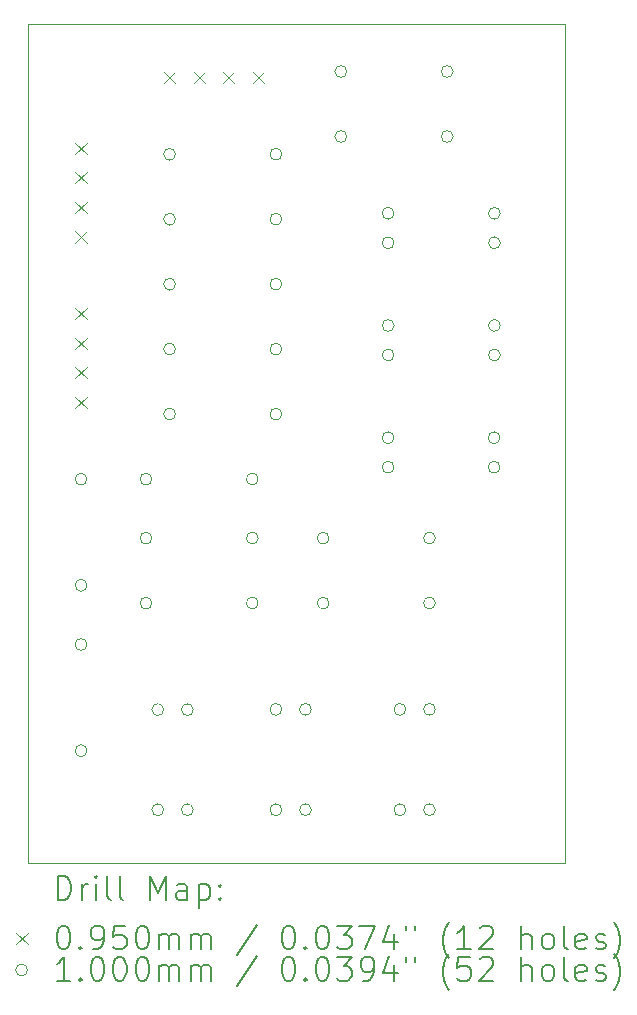
<source format=gbr>
%TF.GenerationSoftware,KiCad,Pcbnew,(6.0.7)*%
%TF.CreationDate,2023-03-09T14:40:35+00:00*%
%TF.ProjectId,ir_sensor,69725f73-656e-4736-9f72-2e6b69636164,rev?*%
%TF.SameCoordinates,Original*%
%TF.FileFunction,Drillmap*%
%TF.FilePolarity,Positive*%
%FSLAX45Y45*%
G04 Gerber Fmt 4.5, Leading zero omitted, Abs format (unit mm)*
G04 Created by KiCad (PCBNEW (6.0.7)) date 2023-03-09 14:40:35*
%MOMM*%
%LPD*%
G01*
G04 APERTURE LIST*
%ADD10C,0.050000*%
%ADD11C,0.200000*%
%ADD12C,0.095000*%
%ADD13C,0.100000*%
G04 APERTURE END LIST*
D10*
X8200000Y-9650000D02*
X12750000Y-9650000D01*
X8200000Y-7400000D02*
X8200000Y-9650000D01*
X8200000Y-2550000D02*
X12750000Y-2550000D01*
X12750000Y-2550000D02*
X12750000Y-9650000D01*
X8200000Y-7400000D02*
X8200000Y-2550000D01*
D11*
D12*
X8602500Y-3552500D02*
X8697500Y-3647500D01*
X8697500Y-3552500D02*
X8602500Y-3647500D01*
X8602500Y-3802500D02*
X8697500Y-3897500D01*
X8697500Y-3802500D02*
X8602500Y-3897500D01*
X8602500Y-4052500D02*
X8697500Y-4147500D01*
X8697500Y-4052500D02*
X8602500Y-4147500D01*
X8602500Y-4302500D02*
X8697500Y-4397500D01*
X8697500Y-4302500D02*
X8602500Y-4397500D01*
X8602500Y-4952500D02*
X8697500Y-5047500D01*
X8697500Y-4952500D02*
X8602500Y-5047500D01*
X8602500Y-5202500D02*
X8697500Y-5297500D01*
X8697500Y-5202500D02*
X8602500Y-5297500D01*
X8602500Y-5452500D02*
X8697500Y-5547500D01*
X8697500Y-5452500D02*
X8602500Y-5547500D01*
X8602500Y-5702500D02*
X8697500Y-5797500D01*
X8697500Y-5702500D02*
X8602500Y-5797500D01*
X9352500Y-2952500D02*
X9447500Y-3047500D01*
X9447500Y-2952500D02*
X9352500Y-3047500D01*
X9602500Y-2952500D02*
X9697500Y-3047500D01*
X9697500Y-2952500D02*
X9602500Y-3047500D01*
X9852500Y-2952500D02*
X9947500Y-3047500D01*
X9947500Y-2952500D02*
X9852500Y-3047500D01*
X10102500Y-2952500D02*
X10197500Y-3047500D01*
X10197500Y-2952500D02*
X10102500Y-3047500D01*
D13*
X8700000Y-6400000D02*
G75*
G03*
X8700000Y-6400000I-50000J0D01*
G01*
X8700000Y-7300000D02*
G75*
G03*
X8700000Y-7300000I-50000J0D01*
G01*
X8700000Y-7800000D02*
G75*
G03*
X8700000Y-7800000I-50000J0D01*
G01*
X8700000Y-8700000D02*
G75*
G03*
X8700000Y-8700000I-50000J0D01*
G01*
X9250000Y-6400000D02*
G75*
G03*
X9250000Y-6400000I-50000J0D01*
G01*
X9250000Y-6900000D02*
G75*
G03*
X9250000Y-6900000I-50000J0D01*
G01*
X9250000Y-7450000D02*
G75*
G03*
X9250000Y-7450000I-50000J0D01*
G01*
X9350000Y-8352500D02*
G75*
G03*
X9350000Y-8352500I-50000J0D01*
G01*
X9350000Y-9200000D02*
G75*
G03*
X9350000Y-9200000I-50000J0D01*
G01*
X9450000Y-3650000D02*
G75*
G03*
X9450000Y-3650000I-50000J0D01*
G01*
X9450000Y-4200000D02*
G75*
G03*
X9450000Y-4200000I-50000J0D01*
G01*
X9450000Y-4750000D02*
G75*
G03*
X9450000Y-4750000I-50000J0D01*
G01*
X9450000Y-5300000D02*
G75*
G03*
X9450000Y-5300000I-50000J0D01*
G01*
X9450000Y-5850000D02*
G75*
G03*
X9450000Y-5850000I-50000J0D01*
G01*
X9600000Y-8352500D02*
G75*
G03*
X9600000Y-8352500I-50000J0D01*
G01*
X9600000Y-9200000D02*
G75*
G03*
X9600000Y-9200000I-50000J0D01*
G01*
X10150000Y-6400000D02*
G75*
G03*
X10150000Y-6400000I-50000J0D01*
G01*
X10150000Y-6900000D02*
G75*
G03*
X10150000Y-6900000I-50000J0D01*
G01*
X10150000Y-7450000D02*
G75*
G03*
X10150000Y-7450000I-50000J0D01*
G01*
X10350000Y-3650000D02*
G75*
G03*
X10350000Y-3650000I-50000J0D01*
G01*
X10350000Y-4200000D02*
G75*
G03*
X10350000Y-4200000I-50000J0D01*
G01*
X10350000Y-4750000D02*
G75*
G03*
X10350000Y-4750000I-50000J0D01*
G01*
X10350000Y-5300000D02*
G75*
G03*
X10350000Y-5300000I-50000J0D01*
G01*
X10350000Y-5850000D02*
G75*
G03*
X10350000Y-5850000I-50000J0D01*
G01*
X10350000Y-8350000D02*
G75*
G03*
X10350000Y-8350000I-50000J0D01*
G01*
X10350000Y-9200000D02*
G75*
G03*
X10350000Y-9200000I-50000J0D01*
G01*
X10600000Y-8350000D02*
G75*
G03*
X10600000Y-8350000I-50000J0D01*
G01*
X10600000Y-9200000D02*
G75*
G03*
X10600000Y-9200000I-50000J0D01*
G01*
X10750000Y-6900000D02*
G75*
G03*
X10750000Y-6900000I-50000J0D01*
G01*
X10750000Y-7450000D02*
G75*
G03*
X10750000Y-7450000I-50000J0D01*
G01*
X10900000Y-2950000D02*
G75*
G03*
X10900000Y-2950000I-50000J0D01*
G01*
X10900000Y-3500000D02*
G75*
G03*
X10900000Y-3500000I-50000J0D01*
G01*
X11300000Y-4150000D02*
G75*
G03*
X11300000Y-4150000I-50000J0D01*
G01*
X11300000Y-4400000D02*
G75*
G03*
X11300000Y-4400000I-50000J0D01*
G01*
X11300000Y-5100000D02*
G75*
G03*
X11300000Y-5100000I-50000J0D01*
G01*
X11300000Y-5350000D02*
G75*
G03*
X11300000Y-5350000I-50000J0D01*
G01*
X11300000Y-6050000D02*
G75*
G03*
X11300000Y-6050000I-50000J0D01*
G01*
X11300000Y-6300000D02*
G75*
G03*
X11300000Y-6300000I-50000J0D01*
G01*
X11400000Y-8350000D02*
G75*
G03*
X11400000Y-8350000I-50000J0D01*
G01*
X11400000Y-9200000D02*
G75*
G03*
X11400000Y-9200000I-50000J0D01*
G01*
X11650000Y-6900000D02*
G75*
G03*
X11650000Y-6900000I-50000J0D01*
G01*
X11650000Y-7450000D02*
G75*
G03*
X11650000Y-7450000I-50000J0D01*
G01*
X11650000Y-8350000D02*
G75*
G03*
X11650000Y-8350000I-50000J0D01*
G01*
X11650000Y-9200000D02*
G75*
G03*
X11650000Y-9200000I-50000J0D01*
G01*
X11800000Y-2950000D02*
G75*
G03*
X11800000Y-2950000I-50000J0D01*
G01*
X11800000Y-3500000D02*
G75*
G03*
X11800000Y-3500000I-50000J0D01*
G01*
X12197500Y-6050000D02*
G75*
G03*
X12197500Y-6050000I-50000J0D01*
G01*
X12197500Y-6300000D02*
G75*
G03*
X12197500Y-6300000I-50000J0D01*
G01*
X12200000Y-4150000D02*
G75*
G03*
X12200000Y-4150000I-50000J0D01*
G01*
X12200000Y-4400000D02*
G75*
G03*
X12200000Y-4400000I-50000J0D01*
G01*
X12200000Y-5100000D02*
G75*
G03*
X12200000Y-5100000I-50000J0D01*
G01*
X12200000Y-5350000D02*
G75*
G03*
X12200000Y-5350000I-50000J0D01*
G01*
D11*
X8455119Y-9962976D02*
X8455119Y-9762976D01*
X8502738Y-9762976D01*
X8531310Y-9772500D01*
X8550357Y-9791548D01*
X8559881Y-9810595D01*
X8569405Y-9848690D01*
X8569405Y-9877262D01*
X8559881Y-9915357D01*
X8550357Y-9934405D01*
X8531310Y-9953452D01*
X8502738Y-9962976D01*
X8455119Y-9962976D01*
X8655119Y-9962976D02*
X8655119Y-9829643D01*
X8655119Y-9867738D02*
X8664643Y-9848690D01*
X8674167Y-9839167D01*
X8693214Y-9829643D01*
X8712262Y-9829643D01*
X8778929Y-9962976D02*
X8778929Y-9829643D01*
X8778929Y-9762976D02*
X8769405Y-9772500D01*
X8778929Y-9782024D01*
X8788452Y-9772500D01*
X8778929Y-9762976D01*
X8778929Y-9782024D01*
X8902738Y-9962976D02*
X8883690Y-9953452D01*
X8874167Y-9934405D01*
X8874167Y-9762976D01*
X9007500Y-9962976D02*
X8988452Y-9953452D01*
X8978929Y-9934405D01*
X8978929Y-9762976D01*
X9236071Y-9962976D02*
X9236071Y-9762976D01*
X9302738Y-9905833D01*
X9369405Y-9762976D01*
X9369405Y-9962976D01*
X9550357Y-9962976D02*
X9550357Y-9858214D01*
X9540833Y-9839167D01*
X9521786Y-9829643D01*
X9483690Y-9829643D01*
X9464643Y-9839167D01*
X9550357Y-9953452D02*
X9531310Y-9962976D01*
X9483690Y-9962976D01*
X9464643Y-9953452D01*
X9455119Y-9934405D01*
X9455119Y-9915357D01*
X9464643Y-9896310D01*
X9483690Y-9886786D01*
X9531310Y-9886786D01*
X9550357Y-9877262D01*
X9645595Y-9829643D02*
X9645595Y-10029643D01*
X9645595Y-9839167D02*
X9664643Y-9829643D01*
X9702738Y-9829643D01*
X9721786Y-9839167D01*
X9731310Y-9848690D01*
X9740833Y-9867738D01*
X9740833Y-9924881D01*
X9731310Y-9943929D01*
X9721786Y-9953452D01*
X9702738Y-9962976D01*
X9664643Y-9962976D01*
X9645595Y-9953452D01*
X9826548Y-9943929D02*
X9836071Y-9953452D01*
X9826548Y-9962976D01*
X9817024Y-9953452D01*
X9826548Y-9943929D01*
X9826548Y-9962976D01*
X9826548Y-9839167D02*
X9836071Y-9848690D01*
X9826548Y-9858214D01*
X9817024Y-9848690D01*
X9826548Y-9839167D01*
X9826548Y-9858214D01*
D12*
X8102500Y-10245000D02*
X8197500Y-10340000D01*
X8197500Y-10245000D02*
X8102500Y-10340000D01*
D11*
X8493214Y-10182976D02*
X8512262Y-10182976D01*
X8531310Y-10192500D01*
X8540833Y-10202024D01*
X8550357Y-10221071D01*
X8559881Y-10259167D01*
X8559881Y-10306786D01*
X8550357Y-10344881D01*
X8540833Y-10363929D01*
X8531310Y-10373452D01*
X8512262Y-10382976D01*
X8493214Y-10382976D01*
X8474167Y-10373452D01*
X8464643Y-10363929D01*
X8455119Y-10344881D01*
X8445595Y-10306786D01*
X8445595Y-10259167D01*
X8455119Y-10221071D01*
X8464643Y-10202024D01*
X8474167Y-10192500D01*
X8493214Y-10182976D01*
X8645595Y-10363929D02*
X8655119Y-10373452D01*
X8645595Y-10382976D01*
X8636071Y-10373452D01*
X8645595Y-10363929D01*
X8645595Y-10382976D01*
X8750357Y-10382976D02*
X8788452Y-10382976D01*
X8807500Y-10373452D01*
X8817024Y-10363929D01*
X8836071Y-10335357D01*
X8845595Y-10297262D01*
X8845595Y-10221071D01*
X8836071Y-10202024D01*
X8826548Y-10192500D01*
X8807500Y-10182976D01*
X8769405Y-10182976D01*
X8750357Y-10192500D01*
X8740833Y-10202024D01*
X8731310Y-10221071D01*
X8731310Y-10268690D01*
X8740833Y-10287738D01*
X8750357Y-10297262D01*
X8769405Y-10306786D01*
X8807500Y-10306786D01*
X8826548Y-10297262D01*
X8836071Y-10287738D01*
X8845595Y-10268690D01*
X9026548Y-10182976D02*
X8931310Y-10182976D01*
X8921786Y-10278214D01*
X8931310Y-10268690D01*
X8950357Y-10259167D01*
X8997976Y-10259167D01*
X9017024Y-10268690D01*
X9026548Y-10278214D01*
X9036071Y-10297262D01*
X9036071Y-10344881D01*
X9026548Y-10363929D01*
X9017024Y-10373452D01*
X8997976Y-10382976D01*
X8950357Y-10382976D01*
X8931310Y-10373452D01*
X8921786Y-10363929D01*
X9159881Y-10182976D02*
X9178929Y-10182976D01*
X9197976Y-10192500D01*
X9207500Y-10202024D01*
X9217024Y-10221071D01*
X9226548Y-10259167D01*
X9226548Y-10306786D01*
X9217024Y-10344881D01*
X9207500Y-10363929D01*
X9197976Y-10373452D01*
X9178929Y-10382976D01*
X9159881Y-10382976D01*
X9140833Y-10373452D01*
X9131310Y-10363929D01*
X9121786Y-10344881D01*
X9112262Y-10306786D01*
X9112262Y-10259167D01*
X9121786Y-10221071D01*
X9131310Y-10202024D01*
X9140833Y-10192500D01*
X9159881Y-10182976D01*
X9312262Y-10382976D02*
X9312262Y-10249643D01*
X9312262Y-10268690D02*
X9321786Y-10259167D01*
X9340833Y-10249643D01*
X9369405Y-10249643D01*
X9388452Y-10259167D01*
X9397976Y-10278214D01*
X9397976Y-10382976D01*
X9397976Y-10278214D02*
X9407500Y-10259167D01*
X9426548Y-10249643D01*
X9455119Y-10249643D01*
X9474167Y-10259167D01*
X9483690Y-10278214D01*
X9483690Y-10382976D01*
X9578929Y-10382976D02*
X9578929Y-10249643D01*
X9578929Y-10268690D02*
X9588452Y-10259167D01*
X9607500Y-10249643D01*
X9636071Y-10249643D01*
X9655119Y-10259167D01*
X9664643Y-10278214D01*
X9664643Y-10382976D01*
X9664643Y-10278214D02*
X9674167Y-10259167D01*
X9693214Y-10249643D01*
X9721786Y-10249643D01*
X9740833Y-10259167D01*
X9750357Y-10278214D01*
X9750357Y-10382976D01*
X10140833Y-10173452D02*
X9969405Y-10430595D01*
X10397976Y-10182976D02*
X10417024Y-10182976D01*
X10436071Y-10192500D01*
X10445595Y-10202024D01*
X10455119Y-10221071D01*
X10464643Y-10259167D01*
X10464643Y-10306786D01*
X10455119Y-10344881D01*
X10445595Y-10363929D01*
X10436071Y-10373452D01*
X10417024Y-10382976D01*
X10397976Y-10382976D01*
X10378929Y-10373452D01*
X10369405Y-10363929D01*
X10359881Y-10344881D01*
X10350357Y-10306786D01*
X10350357Y-10259167D01*
X10359881Y-10221071D01*
X10369405Y-10202024D01*
X10378929Y-10192500D01*
X10397976Y-10182976D01*
X10550357Y-10363929D02*
X10559881Y-10373452D01*
X10550357Y-10382976D01*
X10540833Y-10373452D01*
X10550357Y-10363929D01*
X10550357Y-10382976D01*
X10683690Y-10182976D02*
X10702738Y-10182976D01*
X10721786Y-10192500D01*
X10731310Y-10202024D01*
X10740833Y-10221071D01*
X10750357Y-10259167D01*
X10750357Y-10306786D01*
X10740833Y-10344881D01*
X10731310Y-10363929D01*
X10721786Y-10373452D01*
X10702738Y-10382976D01*
X10683690Y-10382976D01*
X10664643Y-10373452D01*
X10655119Y-10363929D01*
X10645595Y-10344881D01*
X10636071Y-10306786D01*
X10636071Y-10259167D01*
X10645595Y-10221071D01*
X10655119Y-10202024D01*
X10664643Y-10192500D01*
X10683690Y-10182976D01*
X10817024Y-10182976D02*
X10940833Y-10182976D01*
X10874167Y-10259167D01*
X10902738Y-10259167D01*
X10921786Y-10268690D01*
X10931310Y-10278214D01*
X10940833Y-10297262D01*
X10940833Y-10344881D01*
X10931310Y-10363929D01*
X10921786Y-10373452D01*
X10902738Y-10382976D01*
X10845595Y-10382976D01*
X10826548Y-10373452D01*
X10817024Y-10363929D01*
X11007500Y-10182976D02*
X11140833Y-10182976D01*
X11055119Y-10382976D01*
X11302738Y-10249643D02*
X11302738Y-10382976D01*
X11255119Y-10173452D02*
X11207500Y-10316310D01*
X11331309Y-10316310D01*
X11397976Y-10182976D02*
X11397976Y-10221071D01*
X11474167Y-10182976D02*
X11474167Y-10221071D01*
X11769405Y-10459167D02*
X11759881Y-10449643D01*
X11740833Y-10421071D01*
X11731309Y-10402024D01*
X11721786Y-10373452D01*
X11712262Y-10325833D01*
X11712262Y-10287738D01*
X11721786Y-10240119D01*
X11731309Y-10211548D01*
X11740833Y-10192500D01*
X11759881Y-10163929D01*
X11769405Y-10154405D01*
X11950357Y-10382976D02*
X11836071Y-10382976D01*
X11893214Y-10382976D02*
X11893214Y-10182976D01*
X11874167Y-10211548D01*
X11855119Y-10230595D01*
X11836071Y-10240119D01*
X12026548Y-10202024D02*
X12036071Y-10192500D01*
X12055119Y-10182976D01*
X12102738Y-10182976D01*
X12121786Y-10192500D01*
X12131309Y-10202024D01*
X12140833Y-10221071D01*
X12140833Y-10240119D01*
X12131309Y-10268690D01*
X12017024Y-10382976D01*
X12140833Y-10382976D01*
X12378928Y-10382976D02*
X12378928Y-10182976D01*
X12464643Y-10382976D02*
X12464643Y-10278214D01*
X12455119Y-10259167D01*
X12436071Y-10249643D01*
X12407500Y-10249643D01*
X12388452Y-10259167D01*
X12378928Y-10268690D01*
X12588452Y-10382976D02*
X12569405Y-10373452D01*
X12559881Y-10363929D01*
X12550357Y-10344881D01*
X12550357Y-10287738D01*
X12559881Y-10268690D01*
X12569405Y-10259167D01*
X12588452Y-10249643D01*
X12617024Y-10249643D01*
X12636071Y-10259167D01*
X12645595Y-10268690D01*
X12655119Y-10287738D01*
X12655119Y-10344881D01*
X12645595Y-10363929D01*
X12636071Y-10373452D01*
X12617024Y-10382976D01*
X12588452Y-10382976D01*
X12769405Y-10382976D02*
X12750357Y-10373452D01*
X12740833Y-10354405D01*
X12740833Y-10182976D01*
X12921786Y-10373452D02*
X12902738Y-10382976D01*
X12864643Y-10382976D01*
X12845595Y-10373452D01*
X12836071Y-10354405D01*
X12836071Y-10278214D01*
X12845595Y-10259167D01*
X12864643Y-10249643D01*
X12902738Y-10249643D01*
X12921786Y-10259167D01*
X12931309Y-10278214D01*
X12931309Y-10297262D01*
X12836071Y-10316310D01*
X13007500Y-10373452D02*
X13026548Y-10382976D01*
X13064643Y-10382976D01*
X13083690Y-10373452D01*
X13093214Y-10354405D01*
X13093214Y-10344881D01*
X13083690Y-10325833D01*
X13064643Y-10316310D01*
X13036071Y-10316310D01*
X13017024Y-10306786D01*
X13007500Y-10287738D01*
X13007500Y-10278214D01*
X13017024Y-10259167D01*
X13036071Y-10249643D01*
X13064643Y-10249643D01*
X13083690Y-10259167D01*
X13159881Y-10459167D02*
X13169405Y-10449643D01*
X13188452Y-10421071D01*
X13197976Y-10402024D01*
X13207500Y-10373452D01*
X13217024Y-10325833D01*
X13217024Y-10287738D01*
X13207500Y-10240119D01*
X13197976Y-10211548D01*
X13188452Y-10192500D01*
X13169405Y-10163929D01*
X13159881Y-10154405D01*
D13*
X8197500Y-10556500D02*
G75*
G03*
X8197500Y-10556500I-50000J0D01*
G01*
D11*
X8559881Y-10646976D02*
X8445595Y-10646976D01*
X8502738Y-10646976D02*
X8502738Y-10446976D01*
X8483690Y-10475548D01*
X8464643Y-10494595D01*
X8445595Y-10504119D01*
X8645595Y-10627929D02*
X8655119Y-10637452D01*
X8645595Y-10646976D01*
X8636071Y-10637452D01*
X8645595Y-10627929D01*
X8645595Y-10646976D01*
X8778929Y-10446976D02*
X8797976Y-10446976D01*
X8817024Y-10456500D01*
X8826548Y-10466024D01*
X8836071Y-10485071D01*
X8845595Y-10523167D01*
X8845595Y-10570786D01*
X8836071Y-10608881D01*
X8826548Y-10627929D01*
X8817024Y-10637452D01*
X8797976Y-10646976D01*
X8778929Y-10646976D01*
X8759881Y-10637452D01*
X8750357Y-10627929D01*
X8740833Y-10608881D01*
X8731310Y-10570786D01*
X8731310Y-10523167D01*
X8740833Y-10485071D01*
X8750357Y-10466024D01*
X8759881Y-10456500D01*
X8778929Y-10446976D01*
X8969405Y-10446976D02*
X8988452Y-10446976D01*
X9007500Y-10456500D01*
X9017024Y-10466024D01*
X9026548Y-10485071D01*
X9036071Y-10523167D01*
X9036071Y-10570786D01*
X9026548Y-10608881D01*
X9017024Y-10627929D01*
X9007500Y-10637452D01*
X8988452Y-10646976D01*
X8969405Y-10646976D01*
X8950357Y-10637452D01*
X8940833Y-10627929D01*
X8931310Y-10608881D01*
X8921786Y-10570786D01*
X8921786Y-10523167D01*
X8931310Y-10485071D01*
X8940833Y-10466024D01*
X8950357Y-10456500D01*
X8969405Y-10446976D01*
X9159881Y-10446976D02*
X9178929Y-10446976D01*
X9197976Y-10456500D01*
X9207500Y-10466024D01*
X9217024Y-10485071D01*
X9226548Y-10523167D01*
X9226548Y-10570786D01*
X9217024Y-10608881D01*
X9207500Y-10627929D01*
X9197976Y-10637452D01*
X9178929Y-10646976D01*
X9159881Y-10646976D01*
X9140833Y-10637452D01*
X9131310Y-10627929D01*
X9121786Y-10608881D01*
X9112262Y-10570786D01*
X9112262Y-10523167D01*
X9121786Y-10485071D01*
X9131310Y-10466024D01*
X9140833Y-10456500D01*
X9159881Y-10446976D01*
X9312262Y-10646976D02*
X9312262Y-10513643D01*
X9312262Y-10532690D02*
X9321786Y-10523167D01*
X9340833Y-10513643D01*
X9369405Y-10513643D01*
X9388452Y-10523167D01*
X9397976Y-10542214D01*
X9397976Y-10646976D01*
X9397976Y-10542214D02*
X9407500Y-10523167D01*
X9426548Y-10513643D01*
X9455119Y-10513643D01*
X9474167Y-10523167D01*
X9483690Y-10542214D01*
X9483690Y-10646976D01*
X9578929Y-10646976D02*
X9578929Y-10513643D01*
X9578929Y-10532690D02*
X9588452Y-10523167D01*
X9607500Y-10513643D01*
X9636071Y-10513643D01*
X9655119Y-10523167D01*
X9664643Y-10542214D01*
X9664643Y-10646976D01*
X9664643Y-10542214D02*
X9674167Y-10523167D01*
X9693214Y-10513643D01*
X9721786Y-10513643D01*
X9740833Y-10523167D01*
X9750357Y-10542214D01*
X9750357Y-10646976D01*
X10140833Y-10437452D02*
X9969405Y-10694595D01*
X10397976Y-10446976D02*
X10417024Y-10446976D01*
X10436071Y-10456500D01*
X10445595Y-10466024D01*
X10455119Y-10485071D01*
X10464643Y-10523167D01*
X10464643Y-10570786D01*
X10455119Y-10608881D01*
X10445595Y-10627929D01*
X10436071Y-10637452D01*
X10417024Y-10646976D01*
X10397976Y-10646976D01*
X10378929Y-10637452D01*
X10369405Y-10627929D01*
X10359881Y-10608881D01*
X10350357Y-10570786D01*
X10350357Y-10523167D01*
X10359881Y-10485071D01*
X10369405Y-10466024D01*
X10378929Y-10456500D01*
X10397976Y-10446976D01*
X10550357Y-10627929D02*
X10559881Y-10637452D01*
X10550357Y-10646976D01*
X10540833Y-10637452D01*
X10550357Y-10627929D01*
X10550357Y-10646976D01*
X10683690Y-10446976D02*
X10702738Y-10446976D01*
X10721786Y-10456500D01*
X10731310Y-10466024D01*
X10740833Y-10485071D01*
X10750357Y-10523167D01*
X10750357Y-10570786D01*
X10740833Y-10608881D01*
X10731310Y-10627929D01*
X10721786Y-10637452D01*
X10702738Y-10646976D01*
X10683690Y-10646976D01*
X10664643Y-10637452D01*
X10655119Y-10627929D01*
X10645595Y-10608881D01*
X10636071Y-10570786D01*
X10636071Y-10523167D01*
X10645595Y-10485071D01*
X10655119Y-10466024D01*
X10664643Y-10456500D01*
X10683690Y-10446976D01*
X10817024Y-10446976D02*
X10940833Y-10446976D01*
X10874167Y-10523167D01*
X10902738Y-10523167D01*
X10921786Y-10532690D01*
X10931310Y-10542214D01*
X10940833Y-10561262D01*
X10940833Y-10608881D01*
X10931310Y-10627929D01*
X10921786Y-10637452D01*
X10902738Y-10646976D01*
X10845595Y-10646976D01*
X10826548Y-10637452D01*
X10817024Y-10627929D01*
X11036071Y-10646976D02*
X11074167Y-10646976D01*
X11093214Y-10637452D01*
X11102738Y-10627929D01*
X11121786Y-10599357D01*
X11131310Y-10561262D01*
X11131310Y-10485071D01*
X11121786Y-10466024D01*
X11112262Y-10456500D01*
X11093214Y-10446976D01*
X11055119Y-10446976D01*
X11036071Y-10456500D01*
X11026548Y-10466024D01*
X11017024Y-10485071D01*
X11017024Y-10532690D01*
X11026548Y-10551738D01*
X11036071Y-10561262D01*
X11055119Y-10570786D01*
X11093214Y-10570786D01*
X11112262Y-10561262D01*
X11121786Y-10551738D01*
X11131310Y-10532690D01*
X11302738Y-10513643D02*
X11302738Y-10646976D01*
X11255119Y-10437452D02*
X11207500Y-10580310D01*
X11331309Y-10580310D01*
X11397976Y-10446976D02*
X11397976Y-10485071D01*
X11474167Y-10446976D02*
X11474167Y-10485071D01*
X11769405Y-10723167D02*
X11759881Y-10713643D01*
X11740833Y-10685071D01*
X11731309Y-10666024D01*
X11721786Y-10637452D01*
X11712262Y-10589833D01*
X11712262Y-10551738D01*
X11721786Y-10504119D01*
X11731309Y-10475548D01*
X11740833Y-10456500D01*
X11759881Y-10427929D01*
X11769405Y-10418405D01*
X11940833Y-10446976D02*
X11845595Y-10446976D01*
X11836071Y-10542214D01*
X11845595Y-10532690D01*
X11864643Y-10523167D01*
X11912262Y-10523167D01*
X11931309Y-10532690D01*
X11940833Y-10542214D01*
X11950357Y-10561262D01*
X11950357Y-10608881D01*
X11940833Y-10627929D01*
X11931309Y-10637452D01*
X11912262Y-10646976D01*
X11864643Y-10646976D01*
X11845595Y-10637452D01*
X11836071Y-10627929D01*
X12026548Y-10466024D02*
X12036071Y-10456500D01*
X12055119Y-10446976D01*
X12102738Y-10446976D01*
X12121786Y-10456500D01*
X12131309Y-10466024D01*
X12140833Y-10485071D01*
X12140833Y-10504119D01*
X12131309Y-10532690D01*
X12017024Y-10646976D01*
X12140833Y-10646976D01*
X12378928Y-10646976D02*
X12378928Y-10446976D01*
X12464643Y-10646976D02*
X12464643Y-10542214D01*
X12455119Y-10523167D01*
X12436071Y-10513643D01*
X12407500Y-10513643D01*
X12388452Y-10523167D01*
X12378928Y-10532690D01*
X12588452Y-10646976D02*
X12569405Y-10637452D01*
X12559881Y-10627929D01*
X12550357Y-10608881D01*
X12550357Y-10551738D01*
X12559881Y-10532690D01*
X12569405Y-10523167D01*
X12588452Y-10513643D01*
X12617024Y-10513643D01*
X12636071Y-10523167D01*
X12645595Y-10532690D01*
X12655119Y-10551738D01*
X12655119Y-10608881D01*
X12645595Y-10627929D01*
X12636071Y-10637452D01*
X12617024Y-10646976D01*
X12588452Y-10646976D01*
X12769405Y-10646976D02*
X12750357Y-10637452D01*
X12740833Y-10618405D01*
X12740833Y-10446976D01*
X12921786Y-10637452D02*
X12902738Y-10646976D01*
X12864643Y-10646976D01*
X12845595Y-10637452D01*
X12836071Y-10618405D01*
X12836071Y-10542214D01*
X12845595Y-10523167D01*
X12864643Y-10513643D01*
X12902738Y-10513643D01*
X12921786Y-10523167D01*
X12931309Y-10542214D01*
X12931309Y-10561262D01*
X12836071Y-10580310D01*
X13007500Y-10637452D02*
X13026548Y-10646976D01*
X13064643Y-10646976D01*
X13083690Y-10637452D01*
X13093214Y-10618405D01*
X13093214Y-10608881D01*
X13083690Y-10589833D01*
X13064643Y-10580310D01*
X13036071Y-10580310D01*
X13017024Y-10570786D01*
X13007500Y-10551738D01*
X13007500Y-10542214D01*
X13017024Y-10523167D01*
X13036071Y-10513643D01*
X13064643Y-10513643D01*
X13083690Y-10523167D01*
X13159881Y-10723167D02*
X13169405Y-10713643D01*
X13188452Y-10685071D01*
X13197976Y-10666024D01*
X13207500Y-10637452D01*
X13217024Y-10589833D01*
X13217024Y-10551738D01*
X13207500Y-10504119D01*
X13197976Y-10475548D01*
X13188452Y-10456500D01*
X13169405Y-10427929D01*
X13159881Y-10418405D01*
M02*

</source>
